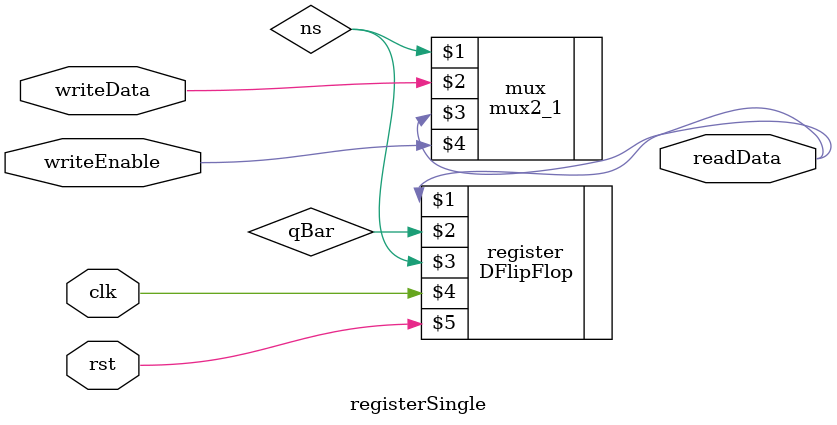
<source format=v>

module registerSingle (
	input clk,
	input rst,    // active low reset
	input writeEnable, // Read is high, write is low; Active low write enable
	input writeData,  
	output readData
);
	wire qBar;
	wire ns;
	mux2_1 mux(ns, writeData, readData, writeEnable);
	DFlipFlop register (readData, qBar, ns, clk, rst);
endmodule
</source>
